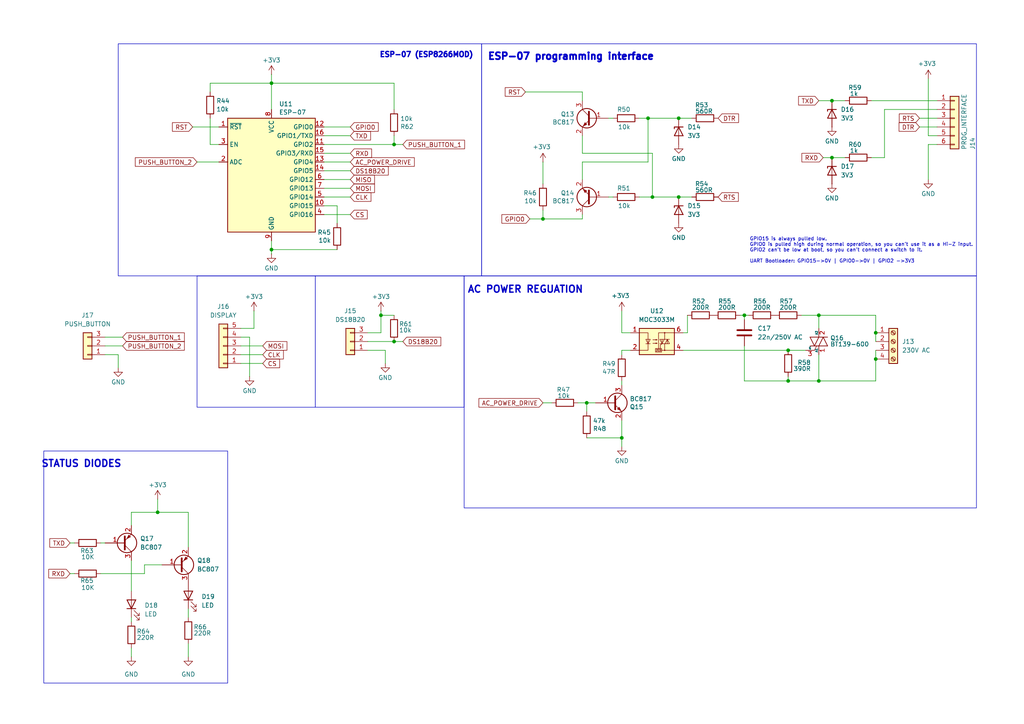
<source format=kicad_sch>
(kicad_sch (version 20231120) (generator "eeschema") (generator_version "8.0")
  (paper "A4")
  (lib_symbols
    (symbol "Connector:Screw_Terminal_01x04" (pin_names (offset 1.016) hide)
      (property "Reference" "J" (at 0 5.08 0))
      (property "Value" "Screw_Terminal_01x04" (at 0 -7.62 0))
      (symbol "Screw_Terminal_01x04_1_1"
        (rectangle (start -1.27 3.81) (end 1.27 -6.35) (stroke (width 0.254)) (fill (type background)))
        (circle (center 0 -5.08) (radius 0.635) (stroke (width 0.1524)))
        (circle (center 0 -2.54) (radius 0.635) (stroke (width 0.1524)))
        (polyline (pts (xy -0.5334 -4.7498) (xy 0.3302 -5.588)) (stroke (width 0.1524)))
        (polyline (pts (xy -0.5334 -2.2098) (xy 0.3302 -3.048)) (stroke (width 0.1524)))
        (polyline (pts (xy -0.5334 0.3302) (xy 0.3302 -0.508)) (stroke (width 0.1524)))
        (polyline (pts (xy -0.5334 2.8702) (xy 0.3302 2.032)) (stroke (width 0.1524)))
        (polyline (pts (xy -0.3556 -4.572) (xy 0.508 -5.4102)) (stroke (width 0.1524)))
        (polyline (pts (xy -0.3556 -2.032) (xy 0.508 -2.8702)) (stroke (width 0.1524)))
        (polyline (pts (xy -0.3556 0.508) (xy 0.508 -0.3302)) (stroke (width 0.1524)))
        (polyline (pts (xy -0.3556 3.048) (xy 0.508 2.2098)) (stroke (width 0.1524)))
        (circle (center 0 0) (radius 0.635) (stroke (width 0.1524)))
        (circle (center 0 2.54) (radius 0.635) (stroke (width 0.1524)))
        (pin passive line (at -5.08 2.54 0) (length 3.81) (name "Pin_1") (number "1"))
        (pin passive line (at -5.08 0 0) (length 3.81) (name "Pin_2") (number "2"))
        (pin passive line (at -5.08 -2.54 0) (length 3.81) (name "Pin_3") (number "3"))
        (pin passive line (at -5.08 -5.08 0) (length 3.81) (name "Pin_4") (number "4"))
      )
    )
    (symbol "Connector_Generic:Conn_01x03" (pin_names (offset 1.016) hide)
      (property "Reference" "J" (at 0 5.08 0))
      (property "Value" "Conn_01x03" (at 0 -5.08 0))
      (symbol "Conn_01x03_1_1"
        (rectangle (start -1.27 -2.413) (end 0 -2.667) (stroke (width 0.1524)))
        (rectangle (start -1.27 0.127) (end 0 -0.127) (stroke (width 0.1524)))
        (rectangle (start -1.27 2.667) (end 0 2.413) (stroke (width 0.1524)))
        (rectangle (start -1.27 3.81) (end 1.27 -3.81) (stroke (width 0.254)) (fill (type background)))
        (pin passive line (at -5.08 2.54 0) (length 3.81) (name "Pin_1") (number "1"))
        (pin passive line (at -5.08 0 0) (length 3.81) (name "Pin_2") (number "2"))
        (pin passive line (at -5.08 -2.54 0) (length 3.81) (name "Pin_3") (number "3"))
      )
    )
    (symbol "Connector_Generic:Conn_01x05" (pin_names (offset 1.016) hide)
      (property "Reference" "J" (at 0 7.62 0))
      (property "Value" "Conn_01x05" (at 0 -7.62 0))
      (symbol "Conn_01x05_1_1"
        (rectangle (start -1.27 -4.953) (end 0 -5.207) (stroke (width 0.1524)))
        (rectangle (start -1.27 -2.413) (end 0 -2.667) (stroke (width 0.1524)))
        (rectangle (start -1.27 0.127) (end 0 -0.127) (stroke (width 0.1524)))
        (rectangle (start -1.27 2.667) (end 0 2.413) (stroke (width 0.1524)))
        (rectangle (start -1.27 5.207) (end 0 4.953) (stroke (width 0.1524)))
        (rectangle (start -1.27 6.35) (end 1.27 -6.35) (stroke (width 0.254)) (fill (type background)))
        (pin passive line (at -5.08 5.08 0) (length 3.81) (name "Pin_1") (number "1"))
        (pin passive line (at -5.08 2.54 0) (length 3.81) (name "Pin_2") (number "2"))
        (pin passive line (at -5.08 0 0) (length 3.81) (name "Pin_3") (number "3"))
        (pin passive line (at -5.08 -2.54 0) (length 3.81) (name "Pin_4") (number "4"))
        (pin passive line (at -5.08 -5.08 0) (length 3.81) (name "Pin_5") (number "5"))
      )
    )
    (symbol "Connector_Generic:Conn_01x06" (pin_names (offset 1.016) hide)
      (property "Reference" "J" (at 0 7.62 0))
      (property "Value" "Conn_01x06" (at 0 -10.16 0))
      (symbol "Conn_01x06_1_1"
        (rectangle (start -1.27 -7.493) (end 0 -7.747) (stroke (width 0.1524)))
        (rectangle (start -1.27 -4.953) (end 0 -5.207) (stroke (width 0.1524)))
        (rectangle (start -1.27 -2.413) (end 0 -2.667) (stroke (width 0.1524)))
        (rectangle (start -1.27 0.127) (end 0 -0.127) (stroke (width 0.1524)))
        (rectangle (start -1.27 2.667) (end 0 2.413) (stroke (width 0.1524)))
        (rectangle (start -1.27 5.207) (end 0 4.953) (stroke (width 0.1524)))
        (rectangle (start -1.27 6.35) (end 1.27 -8.89) (stroke (width 0.254)) (fill (type background)))
        (pin passive line (at -5.08 5.08 0) (length 3.81) (name "Pin_1") (number "1"))
        (pin passive line (at -5.08 2.54 0) (length 3.81) (name "Pin_2") (number "2"))
        (pin passive line (at -5.08 0 0) (length 3.81) (name "Pin_3") (number "3"))
        (pin passive line (at -5.08 -2.54 0) (length 3.81) (name "Pin_4") (number "4"))
        (pin passive line (at -5.08 -5.08 0) (length 3.81) (name "Pin_5") (number "5"))
        (pin passive line (at -5.08 -7.62 0) (length 3.81) (name "Pin_6") (number "6"))
      )
    )
    (symbol "Device:C" (pin_numbers hide) (pin_names (offset 0.254))
      (property "Reference" "C" (at 0.635 2.54 0))
      (property "Value" "C" (at 0.635 -2.54 0))
      (symbol "C_0_1"
        (polyline (pts (xy -2.032 -0.762) (xy 2.032 -0.762)) (stroke (width 0.508)))
        (polyline (pts (xy -2.032 0.762) (xy 2.032 0.762)) (stroke (width 0.508)))
      )
      (symbol "C_1_1"
        (pin passive line (at 0 3.81 270) (length 2.794) (name "~") (number "1"))
        (pin passive line (at 0 -3.81 90) (length 2.794) (name "~") (number "2"))
      )
    )
    (symbol "Device:D_Zener" (pin_numbers hide) (pin_names (offset 1.016) hide)
      (property "Reference" "D" (at 0 2.54 0))
      (property "Value" "D_Zener" (at 0 -2.54 0))
      (symbol "D_Zener_0_1"
        (polyline (pts (xy 1.27 0) (xy -1.27 0)))
        (polyline (pts (xy -1.27 -1.27) (xy -1.27 1.27) (xy -0.762 1.27)) (stroke (width 0.254)))
        (polyline (pts (xy 1.27 -1.27) (xy 1.27 1.27) (xy -1.27 0) (xy 1.27 -1.27)) (stroke (width 0.254)))
      )
      (symbol "D_Zener_1_1"
        (pin passive line (at -3.81 0 0) (length 2.54) (name "K") (number "1"))
        (pin passive line (at 3.81 0 180) (length 2.54) (name "A") (number "2"))
      )
    )
    (symbol "Device:LED" (pin_numbers hide) (pin_names (offset 1.016) hide)
      (property "Reference" "D" (at 0 2.54 0))
      (property "Value" "LED" (at 0 -2.54 0))
      (symbol "LED_0_1"
        (polyline (pts (xy -1.27 -1.27) (xy -1.27 1.27)) (stroke (width 0.254)))
        (polyline (pts (xy -1.27 0) (xy 1.27 0)))
        (polyline (pts (xy 1.27 -1.27) (xy 1.27 1.27) (xy -1.27 0) (xy 1.27 -1.27)) (stroke (width 0.254)))
        (polyline (pts (xy -3.048 -0.762) (xy -4.572 -2.286) (xy -3.81 -2.286) (xy -4.572 -2.286) (xy -4.572 -1.524)))
        (polyline (pts (xy -1.778 -0.762) (xy -3.302 -2.286) (xy -2.54 -2.286) (xy -3.302 -2.286) (xy -3.302 -1.524)))
      )
      (symbol "LED_1_1"
        (pin passive line (at -3.81 0 0) (length 2.54) (name "K") (number "1"))
        (pin passive line (at 3.81 0 180) (length 2.54) (name "A") (number "2"))
      )
    )
    (symbol "Device:R" (pin_numbers hide) (pin_names (offset 0))
      (property "Reference" "R" (at 2.032 0 90))
      (property "Value" "R" (at 0 0 90))
      (symbol "R_0_1"
        (rectangle (start -1.016 -2.54) (end 1.016 2.54) (stroke (width 0.254)))
      )
      (symbol "R_1_1"
        (pin passive line (at 0 3.81 270) (length 1.27) (name "~") (number "1"))
        (pin passive line (at 0 -3.81 90) (length 1.27) (name "~") (number "2"))
      )
    )
    (symbol "RF_Module:ESP-07"
      (property "Reference" "U" (at -12.7 19.05 0))
      (property "Value" "ESP-07" (at 12.7 19.05 0))
      (symbol "ESP-07_0_1"
        (rectangle (start -12.7 17.78) (end 12.7 -15.24) (stroke (width 0.254)) (fill (type background)))
      )
      (symbol "ESP-07_1_1"
        (pin input line (at -15.24 15.24 0) (length 2.54) (name "~{RST}") (number "1"))
        (pin bidirectional line (at 15.24 -7.62 180) (length 2.54) (name "GPIO15") (number "10"))
        (pin bidirectional line (at 15.24 10.16 180) (length 2.54) (name "GPIO2") (number "11"))
        (pin bidirectional line (at 15.24 15.24 180) (length 2.54) (name "GPIO0") (number "12"))
        (pin bidirectional line (at 15.24 5.08 180) (length 2.54) (name "GPIO4") (number "13"))
        (pin bidirectional line (at 15.24 2.54 180) (length 2.54) (name "GPIO5") (number "14"))
        (pin bidirectional line (at 15.24 7.62 180) (length 2.54) (name "GPIO3/RXD") (number "15"))
        (pin bidirectional line (at 15.24 12.7 180) (length 2.54) (name "GPIO1/TXD") (number "16"))
        (pin input line (at -15.24 5.08 0) (length 2.54) (name "ADC") (number "2"))
        (pin input line (at -15.24 10.16 0) (length 2.54) (name "EN") (number "3"))
        (pin bidirectional line (at 15.24 -10.16 180) (length 2.54) (name "GPIO16") (number "4"))
        (pin bidirectional line (at 15.24 -5.08 180) (length 2.54) (name "GPIO14") (number "5"))
        (pin bidirectional line (at 15.24 0 180) (length 2.54) (name "GPIO12") (number "6"))
        (pin bidirectional line (at 15.24 -2.54 180) (length 2.54) (name "GPIO13") (number "7"))
        (pin power_in line (at 0 20.32 270) (length 2.54) (name "VCC") (number "8"))
        (pin power_in line (at 0 -17.78 90) (length 2.54) (name "GND") (number "9"))
      )
    )
    (symbol "Relay_SolidState:MOC3033M"
      (property "Reference" "U" (at -5.08 5.08 0))
      (property "Value" "MOC3033M" (at 0 5.08 0))
      (symbol "MOC3033M_0_0"
        (rectangle (start -0.381 -2.032) (end 1.397 -3.048))
        (polyline (pts (xy 2.286 -2.54) (xy 1.397 -2.54)))
        (polyline (pts (xy 1.524 -0.635) (xy 1.016 -1.016) (xy 1.016 -2.032)))
        (text "ZCD" (at 0.508 -2.54 0) (effects (font (size 0.508 0.508))))
      )
      (symbol "MOC3033M_0_1"
        (rectangle (start -5.08 3.81) (end 5.08 -3.81) (stroke (width 0.254)) (fill (type background)))
        (polyline (pts (xy -3.175 -0.635) (xy -1.905 -0.635)))
        (polyline (pts (xy 1.524 -0.635) (xy 1.524 0.635)))
        (polyline (pts (xy 3.048 0.635) (xy 3.048 -0.635)))
        (polyline (pts (xy 2.286 -0.635) (xy 2.286 -2.54) (xy 5.08 -2.54)))
        (polyline (pts (xy 2.286 0.635) (xy 2.286 2.54) (xy 5.08 2.54)))
        (polyline (pts (xy 2.286 2.54) (xy 0.508 2.54) (xy 0.508 -2.032)))
        (polyline (pts (xy -5.08 2.54) (xy -2.54 2.54) (xy -2.54 -2.54) (xy -5.08 -2.54)))
        (polyline (pts (xy -2.54 -0.635) (xy -3.175 0.635) (xy -1.905 0.635) (xy -2.54 -0.635)))
        (polyline (pts (xy 0.889 -0.635) (xy 3.683 -0.635) (xy 3.048 0.635) (xy 2.413 -0.635)))
        (polyline (pts (xy 3.683 0.635) (xy 0.889 0.635) (xy 1.524 -0.635) (xy 2.159 0.635)))
        (polyline (pts (xy -1.143 -0.508) (xy 0.127 -0.508) (xy -0.254 -0.635) (xy -0.254 -0.381) (xy 0.127 -0.508)))
        (polyline (pts (xy -1.143 0.508) (xy 0.127 0.508) (xy -0.254 0.381) (xy -0.254 0.635) (xy 0.127 0.508)))
        (circle (center 2.286 -2.54) (radius 0.127))
        (circle (center 2.286 2.54) (radius 0.127))
      )
      (symbol "MOC3033M_1_1"
        (pin passive line (at -7.62 2.54 0) (length 2.54) (name "~") (number "1"))
        (pin passive line (at -7.62 -2.54 0) (length 2.54) (name "~") (number "2"))
        (pin no_connect line (at -5.08 0 0) (length 2.54) hide (name "NC") (number "3"))
        (pin passive line (at 7.62 -2.54 180) (length 2.54) (name "~") (number "4"))
        (pin no_connect line (at 5.08 0 180) (length 2.54) hide (name "NC") (number "5"))
        (pin passive line (at 7.62 2.54 180) (length 2.54) (name "~") (number "6"))
      )
    )
    (symbol "Transistor_BJT:BC807" (pin_names (offset 0) hide)
      (property "Reference" "Q" (at 5.08 1.905 0))
      (property "Value" "BC807" (at 5.08 0 0))
      (symbol "BC807_0_1"
        (polyline (pts (xy 0.635 0.635) (xy 2.54 2.54)))
        (polyline (pts (xy 0.635 -0.635) (xy 2.54 -2.54) (xy 2.54 -2.54)))
        (polyline (pts (xy 0.635 1.905) (xy 0.635 -1.905) (xy 0.635 -1.905)) (stroke (width 0.508)))
        (polyline (pts (xy 2.286 -1.778) (xy 1.778 -2.286) (xy 1.27 -1.27) (xy 2.286 -1.778) (xy 2.286 -1.778)) (fill (type outline)))
        (circle (center 1.27 0) (radius 2.8194) (stroke (width 0.254)))
      )
      (symbol "BC807_1_1"
        (pin input line (at -5.08 0 0) (length 5.715) (name "B") (number "1"))
        (pin passive line (at 2.54 -5.08 90) (length 2.54) (name "E") (number "2"))
        (pin passive line (at 2.54 5.08 270) (length 2.54) (name "C") (number "3"))
      )
    )
    (symbol "Transistor_BJT:BC817" (pin_names (offset 0) hide)
      (property "Reference" "Q" (at 5.08 1.905 0))
      (property "Value" "BC817" (at 5.08 0 0))
      (symbol "BC817_0_1"
        (polyline (pts (xy 0.635 0.635) (xy 2.54 2.54)))
        (polyline (pts (xy 0.635 -0.635) (xy 2.54 -2.54) (xy 2.54 -2.54)))
        (polyline (pts (xy 0.635 1.905) (xy 0.635 -1.905) (xy 0.635 -1.905)) (stroke (width 0.508)))
        (polyline (pts (xy 1.27 -1.778) (xy 1.778 -1.27) (xy 2.286 -2.286) (xy 1.27 -1.778) (xy 1.27 -1.778)) (fill (type outline)))
        (circle (center 1.27 0) (radius 2.8194) (stroke (width 0.254)))
      )
      (symbol "BC817_1_1"
        (pin input line (at -5.08 0 0) (length 5.715) (name "B") (number "1"))
        (pin passive line (at 2.54 -5.08 90) (length 2.54) (name "E") (number "2"))
        (pin passive line (at 2.54 5.08 270) (length 2.54) (name "C") (number "3"))
      )
    )
    (symbol "Triac_Thyristor:BT139-600" (pin_names (offset 0))
      (property "Reference" "Q" (at 5.08 1.905 0))
      (property "Value" "BT139-600" (at 5.08 0 0))
      (symbol "BT139-600_0_1"
        (polyline (pts (xy -2.54 -1.27) (xy 2.54 -1.27)) (stroke (width 0.2032)))
        (polyline (pts (xy -2.54 1.27) (xy 2.54 1.27)) (stroke (width 0.2032)))
        (polyline (pts (xy -1.27 -2.54) (xy -0.635 -1.27)))
        (polyline (pts (xy -2.54 1.27) (xy -1.27 -1.27) (xy 0 1.27)) (stroke (width 0.2032)))
        (polyline (pts (xy 0 -1.27) (xy 1.27 1.27) (xy 2.54 -1.27)) (stroke (width 0.2032)))
      )
      (symbol "BT139-600_1_1"
        (pin passive line (at 0 -3.81 90) (length 2.54) (name "A1") (number "1"))
        (pin passive line (at 0 3.81 270) (length 2.54) (name "A2") (number "2"))
        (pin input line (at -3.81 -2.54 0) (length 2.54) (name "G") (number "3"))
      )
    )
    (symbol "power:+3V3" (power) (pin_numbers hide) (pin_names (offset 0) hide)
      (property "Value" "+3V3" (at 0 3.556 0))
      (symbol "+3V3_0_1"
        (polyline (pts (xy -0.762 1.27) (xy 0 2.54)))
        (polyline (pts (xy 0 0) (xy 0 2.54)))
        (polyline (pts (xy 0 2.54) (xy 0.762 1.27)))
      )
      (symbol "+3V3_1_1"
        (pin power_in line (at 0 0 90) (length 0) (name "~") (number "1"))
      )
    )
    (symbol "power:GND" (power) (pin_numbers hide) (pin_names (offset 0) hide)
      (property "Value" "GND" (at 0 -3.81 0))
      (symbol "GND_0_1"
        (polyline (pts (xy 0 0) (xy 0 -1.27) (xy 1.27 -1.27) (xy 0 -2.54) (xy -1.27 -1.27) (xy 0 -1.27)))
      )
      (symbol "GND_1_1"
        (pin power_in line (at 0 0 270) (length 0) (name "~") (number "1"))
      )
    )
  )
  (junction (at 114.3 41.91))
  (junction (at 196.85 57.15))
  (junction (at 241.3 29.21))
  (junction (at 157.48 63.5))
  (junction (at 254 96.52))
  (junction (at 228.6 101.6))
  (junction (at 78.74 24.13))
  (junction (at 114.3 99.06))
  (junction (at 215.9 91.44))
  (junction (at 228.6 110.49))
  (junction (at 241.3 45.72))
  (junction (at 45.72 148.59))
  (junction (at 189.23 57.15))
  (junction (at 254 104.14))
  (junction (at 196.85 34.29))
  (junction (at 110.49 91.44))
  (junction (at 170.18 116.84))
  (junction (at 237.49 91.44))
  (junction (at 187.96 34.29))
  (junction (at 180.34 127))
  (junction (at 237.49 110.49))
  (junction (at 78.74 72.39))
  (wire (pts (xy 54.61 176.53) (xy 54.61 179.07)))
  (wire (pts (xy 176.53 57.15) (xy 177.8 57.15)))
  (wire (pts (xy 76.2 100.33) (xy 69.85 100.33)))
  (wire (pts (xy 168.91 39.37) (xy 168.91 44.45)))
  (wire (pts (xy 271.78 41.91) (xy 269.24 41.91)))
  (wire (pts (xy 97.79 64.77) (xy 97.79 59.69)))
  (wire (pts (xy 93.98 39.37) (xy 101.6 39.37)))
  (wire (pts (xy 252.73 29.21) (xy 271.78 29.21)))
  (wire (pts (xy 185.42 57.15) (xy 189.23 57.15)))
  (wire (pts (xy 214.63 91.44) (xy 215.9 91.44)))
  (wire (pts (xy 110.49 91.44) (xy 110.49 90.17)))
  (wire (pts (xy 60.96 24.13) (xy 78.74 24.13)))
  (wire (pts (xy 157.48 63.5) (xy 157.48 60.96)))
  (wire (pts (xy 78.74 24.13) (xy 78.74 31.75)))
  (wire (pts (xy 78.74 73.66) (xy 78.74 72.39)))
  (wire (pts (xy 76.2 102.87) (xy 69.85 102.87)))
  (wire (pts (xy 93.98 46.99) (xy 101.6 46.99)))
  (wire (pts (xy 78.74 72.39) (xy 78.74 69.85)))
  (wire (pts (xy 57.15 46.99) (xy 63.5 46.99)))
  (wire (pts (xy 269.24 22.86) (xy 269.24 39.37)))
  (wire (pts (xy 114.3 39.37) (xy 114.3 41.91)))
  (wire (pts (xy 266.7 36.83) (xy 271.78 36.83)))
  (wire (pts (xy 78.74 21.59) (xy 78.74 24.13)))
  (wire (pts (xy 241.3 29.21) (xy 245.11 29.21)))
  (wire (pts (xy 38.1 187.96) (xy 38.1 190.5)))
  (wire (pts (xy 180.34 101.6) (xy 180.34 102.87)))
  (wire (pts (xy 110.49 96.52) (xy 110.49 91.44)))
  (wire (pts (xy 215.9 91.44) (xy 215.9 92.71)))
  (wire (pts (xy 198.12 101.6) (xy 228.6 101.6)))
  (wire (pts (xy 110.49 91.44) (xy 114.3 91.44)))
  (wire (pts (xy 20.32 166.37) (xy 21.59 166.37)))
  (wire (pts (xy 170.18 116.84) (xy 172.72 116.84)))
  (wire (pts (xy 228.6 110.49) (xy 237.49 110.49)))
  (wire (pts (xy 30.48 102.87) (xy 34.29 102.87)))
  (wire (pts (xy 106.68 99.06) (xy 114.3 99.06)))
  (wire (pts (xy 93.98 36.83) (xy 101.6 36.83)))
  (wire (pts (xy 180.34 96.52) (xy 180.34 90.17)))
  (wire (pts (xy 78.74 24.13) (xy 114.3 24.13)))
  (wire (pts (xy 93.98 44.45) (xy 101.6 44.45)))
  (wire (pts (xy 114.3 24.13) (xy 114.3 31.75)))
  (wire (pts (xy 106.68 101.6) (xy 111.76 101.6)))
  (wire (pts (xy 228.6 101.6) (xy 233.68 101.6)))
  (wire (pts (xy 30.48 100.33) (xy 35.56 100.33)))
  (wire (pts (xy 38.1 179.07) (xy 38.1 180.34)))
  (wire (pts (xy 168.91 26.67) (xy 152.4 26.67)))
  (wire (pts (xy 180.34 127) (xy 170.18 127)))
  (wire (pts (xy 160.02 116.84) (xy 157.48 116.84)))
  (wire (pts (xy 237.49 95.25) (xy 237.49 91.44)))
  (wire (pts (xy 168.91 29.21) (xy 168.91 26.67)))
  (wire (pts (xy 237.49 110.49) (xy 237.49 102.87)))
  (wire (pts (xy 232.41 91.44) (xy 237.49 91.44)))
  (wire (pts (xy 63.5 41.91) (xy 60.96 41.91)))
  (wire (pts (xy 176.53 34.29) (xy 177.8 34.29)))
  (wire (pts (xy 168.91 46.99) (xy 187.96 46.99)))
  (wire (pts (xy 187.96 34.29) (xy 196.85 34.29)))
  (wire (pts (xy 93.98 62.23) (xy 101.6 62.23)))
  (wire (pts (xy 60.96 26.67) (xy 60.96 24.13)))
  (wire (pts (xy 45.72 148.59) (xy 54.61 148.59)))
  (wire (pts (xy 168.91 63.5) (xy 157.48 63.5)))
  (wire (pts (xy 69.85 97.79) (xy 72.39 97.79)))
  (wire (pts (xy 256.54 31.75) (xy 256.54 45.72)))
  (wire (pts (xy 189.23 57.15) (xy 196.85 57.15)))
  (wire (pts (xy 93.98 54.61) (xy 101.6 54.61)))
  (wire (pts (xy 237.49 91.44) (xy 254 91.44)))
  (wire (pts (xy 237.49 29.21) (xy 241.3 29.21)))
  (wire (pts (xy 269.24 41.91) (xy 269.24 52.07)))
  (wire (pts (xy 271.78 39.37) (xy 269.24 39.37)))
  (wire (pts (xy 182.88 96.52) (xy 180.34 96.52)))
  (wire (pts (xy 185.42 34.29) (xy 187.96 34.29)))
  (wire (pts (xy 76.2 105.41) (xy 69.85 105.41)))
  (wire (pts (xy 54.61 186.69) (xy 54.61 190.5)))
  (wire (pts (xy 60.96 41.91) (xy 60.96 34.29)))
  (wire (pts (xy 180.34 110.49) (xy 180.34 111.76)))
  (wire (pts (xy 266.7 34.29) (xy 271.78 34.29)))
  (wire (pts (xy 38.1 148.59) (xy 45.72 148.59)))
  (wire (pts (xy 30.48 97.79) (xy 35.56 97.79)))
  (wire (pts (xy 45.72 144.78) (xy 45.72 148.59)))
  (wire (pts (xy 215.9 91.44) (xy 217.17 91.44)))
  (wire (pts (xy 254 104.14) (xy 254 110.49)))
  (wire (pts (xy 157.48 46.99) (xy 157.48 53.34)))
  (wire (pts (xy 97.79 59.69) (xy 93.98 59.69)))
  (wire (pts (xy 167.64 116.84) (xy 170.18 116.84)))
  (wire (pts (xy 111.76 101.6) (xy 111.76 105.41)))
  (wire (pts (xy 238.76 45.72) (xy 241.3 45.72)))
  (wire (pts (xy 254 110.49) (xy 237.49 110.49)))
  (wire (pts (xy 114.3 41.91) (xy 116.84 41.91)))
  (wire (pts (xy 93.98 49.53) (xy 101.6 49.53)))
  (wire (pts (xy 254 91.44) (xy 254 96.52)))
  (wire (pts (xy 38.1 148.59) (xy 38.1 152.4)))
  (wire (pts (xy 215.9 100.33) (xy 215.9 110.49)))
  (wire (pts (xy 29.21 157.48) (xy 30.48 157.48)))
  (wire (pts (xy 54.61 148.59) (xy 54.61 158.75)))
  (wire (pts (xy 73.66 95.25) (xy 73.66 90.17)))
  (wire (pts (xy 20.32 157.48) (xy 21.59 157.48)))
  (wire (pts (xy 199.39 96.52) (xy 198.12 96.52)))
  (wire (pts (xy 78.74 72.39) (xy 97.79 72.39)))
  (wire (pts (xy 189.23 44.45) (xy 189.23 57.15)))
  (wire (pts (xy 182.88 101.6) (xy 180.34 101.6)))
  (wire (pts (xy 157.48 63.5) (xy 153.67 63.5)))
  (wire (pts (xy 199.39 91.44) (xy 199.39 96.52)))
  (wire (pts (xy 69.85 95.25) (xy 73.66 95.25)))
  (wire (pts (xy 168.91 62.23) (xy 168.91 63.5)))
  (wire (pts (xy 168.91 52.07) (xy 168.91 46.99)))
  (wire (pts (xy 41.91 166.37) (xy 41.91 163.83)))
  (wire (pts (xy 228.6 109.22) (xy 228.6 110.49)))
  (wire (pts (xy 106.68 96.52) (xy 110.49 96.52)))
  (wire (pts (xy 55.88 36.83) (xy 63.5 36.83)))
  (wire (pts (xy 180.34 121.92) (xy 180.34 127)))
  (wire (pts (xy 41.91 163.83) (xy 46.99 163.83)))
  (wire (pts (xy 196.85 34.29) (xy 200.66 34.29)))
  (wire (pts (xy 215.9 110.49) (xy 228.6 110.49)))
  (wire (pts (xy 241.3 45.72) (xy 245.11 45.72)))
  (wire (pts (xy 168.91 44.45) (xy 189.23 44.45)))
  (wire (pts (xy 114.3 99.06) (xy 116.84 99.06)))
  (wire (pts (xy 196.85 57.15) (xy 200.66 57.15)))
  (wire (pts (xy 170.18 116.84) (xy 170.18 119.38)))
  (wire (pts (xy 271.78 31.75) (xy 256.54 31.75)))
  (wire (pts (xy 29.21 166.37) (xy 41.91 166.37)))
  (wire (pts (xy 254 101.6) (xy 254 104.14)))
  (wire (pts (xy 254 96.52) (xy 254 99.06)))
  (wire (pts (xy 114.3 41.91) (xy 93.98 41.91)))
  (wire (pts (xy 93.98 57.15) (xy 101.6 57.15)))
  (wire (pts (xy 187.96 46.99) (xy 187.96 34.29)))
  (wire (pts (xy 256.54 45.72) (xy 252.73 45.72)))
  (wire (pts (xy 38.1 162.56) (xy 38.1 171.45)))
  (wire (pts (xy 34.29 102.87) (xy 34.29 106.68)))
  (wire (pts (xy 93.98 52.07) (xy 101.6 52.07)))
  (wire (pts (xy 72.39 97.79) (xy 72.39 109.22)))
  (wire (pts (xy 180.34 127) (xy 180.34 129.54)))
  (rectangle (start 12.7 130.81) (end 66.04 198.12))
  (rectangle (start 91.44 80.01) (end 134.62 118.11))
  (rectangle (start 34.29 12.7) (end 139.7 80.01))
  (rectangle (start 57.15 80.01) (end 91.44 118.11))
  (rectangle (start 134.62 80.01) (end 283.21 147.32))
  (rectangle (start 139.7 12.7) (end 283.21 80.01))
  (text "ESP-07 (ESP8266MOD)" (at 123.698 16.002 0) (effects (font (size 1.5 1.5) (thickness 0.4) (bold yes))))
  (text "STATUS DIODES" (at 23.622 134.62 0) (effects (font (size 2 2) (thickness 0.4) (bold yes))))
  (text "GPIO15 is always pulled low.\nGPIO0 is pulled high during normal operation, so you can’t use it as a Hi-Z input.\nGPIO2 can’t be low at boot, so you can’t connect a switch to it.\n\nUART Bootloader: GPIO15->0V | GPIO0->0V | GPIO2 ->3V3" (at 217.424 76.454 0) (effects (font (size 1 1)) (justify left bottom)))
  (text "ESP-07 programming interface" (at 165.608 16.51 0) (effects (font (size 2 2) (thickness 0.6) (bold yes))))
  (text "AC POWER REGUATION" (at 152.4 84.074 0) (effects (font (size 2 2) (thickness 0.4) (bold yes))))
  (global_label "DTR" (shape input) (at 266.7 36.83 180) (property "Intersheetrefs" "${INTERSHEET_REFS}" (effects (hide yes))))
  (global_label "RTS" (shape input) (at 208.28 57.15 0) (property "Intersheetrefs" "${INTERSHEET_REFS}" (effects (hide yes))))
  (global_label "PUSH_BUTTON_2" (shape input) (at 35.56 100.33 0) (property "Intersheetrefs" "${INTERSHEET_REFS}" (effects (hide yes))))
  (global_label "RST" (shape input) (at 152.4 26.67 180) (property "Intersheetrefs" "${INTERSHEET_REFS}" (effects (hide yes))))
  (global_label "DTR" (shape input) (at 208.28 34.29 0) (property "Intersheetrefs" "${INTERSHEET_REFS}" (effects (hide yes))))
  (global_label "CLK" (shape input) (at 76.2 102.87 0) (property "Intersheetrefs" "${INTERSHEET_REFS}" (effects (hide yes))))
  (global_label "TXD" (shape input) (at 237.49 29.21 180) (property "Intersheetrefs" "${INTERSHEET_REFS}" (effects (hide yes))))
  (global_label "RXD" (shape input) (at 101.6 44.45 0) (property "Intersheetrefs" "${INTERSHEET_REFS}" (effects (hide yes))))
  (global_label "RTS" (shape input) (at 266.7 34.29 180) (property "Intersheetrefs" "${INTERSHEET_REFS}" (effects (hide yes))))
  (global_label "GPIO0" (shape input) (at 101.6 36.83 0) (property "Intersheetrefs" "${INTERSHEET_REFS}" (effects (hide yes))))
  (global_label "PUSH_BUTTON_1" (shape input) (at 35.56 97.79 0) (property "Intersheetrefs" "${INTERSHEET_REFS}" (effects (hide yes))))
  (global_label "GPIO0" (shape input) (at 153.67 63.5 180) (property "Intersheetrefs" "${INTERSHEET_REFS}" (effects (hide yes))))
  (global_label "AC_POWER_DRIVE" (shape input) (at 101.6 46.99 0) (property "Intersheetrefs" "${INTERSHEET_REFS}" (effects (hide yes))))
  (global_label "TXD" (shape input) (at 20.32 157.48 180) (property "Intersheetrefs" "${INTERSHEET_REFS}" (effects (hide yes))))
  (global_label "DS18B20" (shape input) (at 116.84 99.06 0) (property "Intersheetrefs" "${INTERSHEET_REFS}" (effects (hide yes))))
  (global_label "DS18B20" (shape input) (at 101.6 49.53 0) (property "Intersheetrefs" "${INTERSHEET_REFS}" (effects (hide yes))))
  (global_label "RXD" (shape input) (at 238.76 45.72 180) (property "Intersheetrefs" "${INTERSHEET_REFS}" (effects (hide yes))))
  (global_label "MOSI" (shape input) (at 101.6 54.61 0) (property "Intersheetrefs" "${INTERSHEET_REFS}" (effects (hide yes))))
  (global_label "CS" (shape input) (at 76.2 105.41 0) (property "Intersheetrefs" "${INTERSHEET_REFS}" (effects (hide yes))))
  (global_label "PUSH_BUTTON_1" (shape input) (at 116.84 41.91 0) (property "Intersheetrefs" "${INTERSHEET_REFS}" (effects (hide yes))))
  (global_label "RST" (shape input) (at 55.88 36.83 180) (property "Intersheetrefs" "${INTERSHEET_REFS}" (effects (hide yes))))
  (global_label "AC_POWER_DRIVE" (shape input) (at 157.48 116.84 180) (property "Intersheetrefs" "${INTERSHEET_REFS}" (effects (hide yes))))
  (global_label "MISO" (shape input) (at 101.6 52.07 0) (property "Intersheetrefs" "${INTERSHEET_REFS}" (effects (hide yes))))
  (global_label "RXD" (shape input) (at 20.32 166.37 180) (property "Intersheetrefs" "${INTERSHEET_REFS}" (effects (hide yes))))
  (global_label "MOSI" (shape input) (at 76.2 100.33 0) (property "Intersheetrefs" "${INTERSHEET_REFS}" (effects (hide yes))))
  (global_label "CS" (shape input) (at 101.6 62.23 0) (property "Intersheetrefs" "${INTERSHEET_REFS}" (effects (hide yes))))
  (global_label "TXD" (shape input) (at 101.6 39.37 0) (property "Intersheetrefs" "${INTERSHEET_REFS}" (effects (hide yes))))
  (global_label "CLK" (shape input) (at 101.6 57.15 0) (property "Intersheetrefs" "${INTERSHEET_REFS}" (effects (hide yes))))
  (global_label "PUSH_BUTTON_2" (shape input) (at 57.15 46.99 180) (property "Intersheetrefs" "${INTERSHEET_REFS}" (effects (hide yes))))
  (symbol (lib_id "Device:R") (at 97.79 68.58 0) (mirror y) (unit 1)
    (property "Reference" "R45" (at 96.012 67.4116 0) (effects (justify left)))
    (property "Value" "10k" (at 96.012 69.723 0) (effects (justify left)))
    (property "Footprint" "Resistors_SMD:R_0805_HandSoldering" (effects (hide yes)))
  )
  (symbol (lib_id "Device:R") (at 228.6 105.41 0) (mirror y) (unit 1)
    (property "Reference" "R58" (at 235.204 105.156 0) (effects (justify left)))
    (property "Value" "390R" (at 235.204 106.934 0) (effects (justify left)))
    (property "Footprint" "Resistor_THT:R_Axial_DIN0204_L3.6mm_D1.6mm_P7.62mm_Horizontal" (effects (hide yes)))
  )
  (symbol (lib_id "power:GND") (at 196.85 64.77 0) (unit 1)
    (property "Reference" "#PWR087" (effects (hide yes)))
    (property "Value" "GND" (at 196.85 68.9031 0))
    (property "Description" "Power symbol creates a global label with name \"GND\" , ground" (effects (hide yes)))
  )
  (symbol (lib_id "Device:R") (at 25.4 157.48 270) (unit 1)
    (property "Reference" "R63" (at 27.178 159.766 90) (effects (justify right)))
    (property "Value" "10K" (at 27.432 161.544 90) (effects (justify right)))
    (property "Footprint" "Resistor_SMD:R_0805_2012Metric_Pad1.20x1.40mm_HandSolder" (effects (hide yes)))
    (property "Description" "Resistor" (effects (hide yes)))
  )
  (symbol (lib_id "Connector_Generic:Conn_01x03") (at 101.6 99.06 180) (unit 1)
    (property "Reference" "J15" (at 101.6 90.17 0))
    (property "Value" "DS18B20" (at 101.6 92.71 0))
    (property "Description" "Generic connector, single row, 01x03, script generated (kicad-library-utils/schlib/autogen/connector/)" (effects (hide yes)))
  )
  (symbol (lib_id "power:GND") (at 78.74 73.66 0) (unit 1)
    (property "Reference" "#PWR082" (effects (hide yes)))
    (property "Value" "GND" (at 78.74 77.7931 0))
    (property "Description" "Power symbol creates a global label with name \"GND\" , ground" (effects (hide yes)))
  )
  (symbol (lib_id "Device:R") (at 157.48 57.15 0) (mirror y) (unit 1)
    (property "Reference" "R46" (at 155.702 55.9816 0) (effects (justify left)))
    (property "Value" "10k" (at 155.702 58.293 0) (effects (justify left)))
    (property "Footprint" "Resistors_SMD:R_0805_HandSoldering" (effects (hide yes)))
  )
  (symbol (lib_id "Device:R") (at 210.82 91.44 270) (mirror x) (unit 1)
    (property "Reference" "R55" (at 208.28 87.376 90) (effects (justify left)))
    (property "Value" "200R" (at 208.28 89.154 90) (effects (justify left)))
    (property "Footprint" "Resistor_THT:R_Axial_DIN0204_L3.6mm_D1.6mm_P7.62mm_Horizontal" (effects (hide yes)))
  )
  (symbol (lib_id "Connector_Generic:Conn_01x05") (at 64.77 100.33 180) (unit 1)
    (property "Reference" "J16" (at 64.77 88.9 0))
    (property "Value" "DISPLAY" (at 64.77 91.44 0))
    (property "Description" "Generic connector, single row, 01x05, script generated (kicad-library-utils/schlib/autogen/connector/)" (effects (hide yes)))
  )
  (symbol (lib_id "power:GND") (at 111.76 105.41 0) (unit 1)
    (property "Reference" "#PWR092" (effects (hide yes)))
    (property "Value" "GND" (at 111.76 109.5431 0))
    (property "Description" "Power symbol creates a global label with name \"GND\" , ground" (effects (hide yes)))
  )
  (symbol (lib_id "power:+3V3") (at 269.24 22.86 0) (mirror y) (unit 1)
    (property "Reference" "#PWR090" (effects (hide yes)))
    (property "Value" "+3V3" (at 268.859 18.4658 0))
  )
  (symbol (lib_id "Device:D_Zener") (at 241.3 33.02 90) (mirror x) (unit 1)
    (property "Reference" "D16" (at 243.84 31.7499 90) (effects (justify right)))
    (property "Value" "3V3" (at 243.84 34.2899 90) (effects (justify right)))
    (property "Description" "Zener diode" (effects (hide yes)))
  )
  (symbol (lib_id "power:GND") (at 269.24 52.07 0) (unit 1)
    (property "Reference" "#PWR091" (effects (hide yes)))
    (property "Value" "GND" (at 269.24 56.2031 0))
    (property "Description" "Power symbol creates a global label with name \"GND\" , ground" (effects (hide yes)))
  )
  (symbol (lib_id "power:+3V3") (at 180.34 90.17 0) (mirror y) (unit 1)
    (property "Reference" "#PWR084" (effects (hide yes)))
    (property "Value" "+3V3" (at 179.959 85.7758 0))
  )
  (symbol (lib_id "Transistor_BJT:BC817") (at 171.45 57.15 180) (unit 1)
    (property "Reference" "Q14" (at 166.5986 55.9816 0) (effects (justify left)))
    (property "Value" "BC817" (at 166.5986 58.293 0) (effects (justify left)))
    (property "Footprint" "TO_SOT_Packages_SMD:SOT-23_Handsoldering" (effects (hide yes)))
    (property "Datasheet" "http://www.fairchildsemi.com/ds/BC/BC817.pdf" (effects (hide yes)))
  )
  (symbol (lib_id "power:GND") (at 38.1 190.5 0) (unit 1)
    (property "Reference" "#PWR094" (effects (hide yes)))
    (property "Value" "GND" (at 38.1 195.58 0))
    (property "Description" "Power symbol creates a global label with name \"GND\" , ground" (effects (hide yes)))
  )
  (symbol (lib_id "Relay_SolidState:MOC3033M") (at 190.5 99.06 0) (unit 1)
    (property "Reference" "U12" (at 190.5 90.17 0))
    (property "Value" "MOC3033M" (at 190.5 92.71 0))
    (property "Datasheet" "https://www.onsemi.com/pub/Collateral/MOC3043M-D.pdf" (effects (hide yes)))
    (property "Description" "Zero Cross Opto-Triac, Vdrm 250V, Ift 5mA, DIP6" (effects (hide yes)))
  )
  (symbol (lib_id "power:+3V3") (at 78.74 21.59 0) (unit 1)
    (property "Reference" "#PWR081" (effects (hide yes)))
    (property "Value" "+3V3" (at 78.74 17.4569 0))
    (property "Description" "Power symbol creates a global label with name \"+3V3\"" (effects (hide yes)))
  )
  (symbol (lib_id "Transistor_BJT:BC807") (at 52.07 163.83 0) (mirror x) (unit 1)
    (property "Reference" "Q18" (at 57.15 162.5599 0) (effects (justify left)))
    (property "Value" "BC807" (at 57.15 165.0999 0) (effects (justify left)))
    (property "Footprint" "Package_TO_SOT_SMD:SOT-23" (effects (hide yes)))
    (property "Datasheet" "https://www.onsemi.com/pub/Collateral/BC808-D.pdf" (effects (hide yes)))
    (property "Description" "0.8A Ic, 45V Vce, PNP Transistor, SOT-23" (effects (hide yes)))
  )
  (symbol (lib_id "Device:D_Zener") (at 241.3 49.53 90) (mirror x) (unit 1)
    (property "Reference" "D17" (at 243.84 48.2599 90) (effects (justify right)))
    (property "Value" "3V3" (at 243.84 50.7999 90) (effects (justify right)))
    (property "Description" "Zener diode" (effects (hide yes)))
  )
  (symbol (lib_id "Device:C") (at 215.9 96.52 0) (unit 1)
    (property "Reference" "C17" (at 219.71 95.2499 0) (effects (justify left)))
    (property "Value" "22n/250V AC" (at 219.71 97.7899 0) (effects (justify left)))
    (property "Description" "Unpolarized capacitor" (effects (hide yes)))
  )
  (symbol (lib_id "Device:R") (at 181.61 34.29 90) (mirror x) (unit 1)
    (property "Reference" "R50" (at 182.88 31.75 90) (effects (justify left)))
    (property "Value" "10k" (at 182.88 36.83 90) (effects (justify left)))
    (property "Footprint" "Resistors_SMD:R_0805_HandSoldering" (effects (hide yes)))
  )
  (symbol (lib_id "Triac_Thyristor:BT139-600") (at 237.49 99.06 0) (unit 1)
    (property "Reference" "Q16" (at 240.792 98.044 0) (effects (justify left)))
    (property "Value" "BT139-600" (at 240.792 99.822 0) (effects (justify left)))
    (property "Footprint" "Package_TO_SOT_THT:TO-220-3_Vertical" (effects (hide yes)))
    (property "Datasheet" "https://www.rapidonline.com/pdf/47-3240.pdf" (effects (hide yes)))
    (property "Description" "16A RMS, 600V Off-State Voltage, 4Q Triac, TO-220" (effects (hide yes)))
  )
  (symbol (lib_id "Transistor_BJT:BC807") (at 35.56 157.48 0) (mirror x) (unit 1)
    (property "Reference" "Q17" (at 40.64 156.2099 0) (effects (justify left)))
    (property "Value" "BC807" (at 40.64 158.7499 0) (effects (justify left)))
    (property "Footprint" "Package_TO_SOT_SMD:SOT-23" (effects (hide yes)))
    (property "Datasheet" "https://www.onsemi.com/pub/Collateral/BC808-D.pdf" (effects (hide yes)))
    (property "Description" "0.8A Ic, 45V Vce, PNP Transistor, SOT-23" (effects (hide yes)))
  )
  (symbol (lib_id "power:+3V3") (at 110.49 90.17 0) (unit 1)
    (property "Reference" "#PWR093" (effects (hide yes)))
    (property "Value" "+3V3" (at 110.49 86.0369 0))
    (property "Description" "Power symbol creates a global label with name \"+3V3\"" (effects (hide yes)))
  )
  (symbol (lib_id "Device:R") (at 204.47 57.15 90) (mirror x) (unit 1)
    (property "Reference" "R54" (at 205.486 53.34 90) (effects (justify left)))
    (property "Value" "560R" (at 206.756 55.118 90) (effects (justify left)))
    (property "Footprint" "Resistors_SMD:R_0805_HandSoldering" (effects (hide yes)))
  )
  (symbol (lib_id "Device:LED") (at 54.61 172.72 90) (unit 1)
    (property "Reference" "D19" (at 58.42 173.0374 90) (effects (justify right)))
    (property "Value" "LED" (at 58.42 175.5774 90) (effects (justify right)))
    (property "Footprint" "LED_SMD:LED_PLCC-2_3.4x3.0mm_KA" (effects (hide yes)))
    (property "Description" "Light emitting diode" (effects (hide yes)))
  )
  (symbol (lib_id "Device:R") (at 203.2 91.44 270) (mirror x) (unit 1)
    (property "Reference" "R52" (at 200.66 87.376 90) (effects (justify left)))
    (property "Value" "200R" (at 200.66 89.154 90) (effects (justify left)))
    (property "Footprint" "Resistor_THT:R_Axial_DIN0204_L3.6mm_D1.6mm_P7.62mm_Horizontal" (effects (hide yes)))
  )
  (symbol (lib_id "power:GND") (at 34.29 106.68 0) (unit 1)
    (property "Reference" "#PWR099" (effects (hide yes)))
    (property "Value" "GND" (at 34.29 110.8131 0))
    (property "Description" "Power symbol creates a global label with name \"GND\" , ground" (effects (hide yes)))
  )
  (symbol (lib_id "Transistor_BJT:BC817") (at 177.8 116.84 0) (unit 1)
    (property "Reference" "Q15" (at 182.6514 118.0084 0) (effects (justify left)))
    (property "Value" "BC817" (at 182.6514 115.697 0) (effects (justify left)))
    (property "Footprint" "TO_SOT_Packages_SMD:SOT-23_Handsoldering" (effects (hide yes)))
    (property "Datasheet" "http://www.fairchildsemi.com/ds/BC/BC817.pdf" (effects (hide yes)))
  )
  (symbol (lib_id "power:GND") (at 54.61 190.5 0) (unit 1)
    (property "Reference" "#PWR096" (effects (hide yes)))
    (property "Value" "GND" (at 54.61 195.58 0))
    (property "Description" "Power symbol creates a global label with name \"GND\" , ground" (effects (hide yes)))
  )
  (symbol (lib_id "Connector_Generic:Conn_01x06") (at 276.86 34.29 0) (unit 1)
    (property "Reference" "J14" (at 282.0783 43.434 90) (effects (justify left)))
    (property "Value" "PROG_INTERFACE" (at 279.654 43.434 90) (effects (justify left)))
    (property "Description" "Generic connector, single row, 01x06, script generated (kicad-library-utils/schlib/autogen/connector/)" (effects (hide yes)))
  )
  (symbol (lib_id "power:GND") (at 72.39 109.22 0) (unit 1)
    (property "Reference" "#PWR098" (effects (hide yes)))
    (property "Value" "GND" (at 72.39 113.3531 0))
    (property "Description" "Power symbol creates a global label with name \"GND\" , ground" (effects (hide yes)))
  )
  (symbol (lib_id "Device:R") (at 114.3 95.25 0) (mirror y) (unit 1)
    (property "Reference" "R61" (at 119.634 93.98 0) (effects (justify left)))
    (property "Value" "10k" (at 119.38 95.758 0) (effects (justify left)))
    (property "Footprint" "Resistors_SMD:R_0805_HandSoldering" (effects (hide yes)))
  )
  (symbol (lib_id "Device:R") (at 181.61 57.15 90) (mirror x) (unit 1)
    (property "Reference" "R51" (at 182.88 54.61 90) (effects (justify left)))
    (property "Value" "10k" (at 182.88 59.69 90) (effects (justify left)))
    (property "Footprint" "Resistors_SMD:R_0805_HandSoldering" (effects (hide yes)))
  )
  (symbol (lib_id "Device:R") (at 54.61 182.88 180) (unit 1)
    (property "Reference" "R66" (at 56.134 181.864 0) (effects (justify right)))
    (property "Value" "220R" (at 56.134 183.642 0) (effects (justify right)))
    (property "Footprint" "Resistor_SMD:R_0805_2012Metric_Pad1.20x1.40mm_HandSolder" (effects (hide yes)))
    (property "Description" "Resistor" (effects (hide yes)))
  )
  (symbol (lib_id "Device:R") (at 248.92 29.21 90) (mirror x) (unit 1)
    (property "Reference" "R59" (at 249.936 25.4 90) (effects (justify left)))
    (property "Value" "1k" (at 248.92 27.178 90) (effects (justify left)))
    (property "Footprint" "Resistors_SMD:R_0805_HandSoldering" (effects (hide yes)))
  )
  (symbol (lib_id "Device:R") (at 163.83 116.84 90) (mirror x) (unit 1)
    (property "Reference" "R47" (at 165.354 113.03 90) (effects (justify left)))
    (property "Value" "10k" (at 165.354 114.808 90) (effects (justify left)))
    (property "Footprint" "Resistors_SMD:R_0805_HandSoldering" (effects (hide yes)))
  )
  (symbol (lib_id "Device:D_Zener") (at 196.85 60.96 90) (mirror x) (unit 1)
    (property "Reference" "D15" (at 199.39 59.6899 90) (effects (justify right)))
    (property "Value" "3V3" (at 199.39 62.2299 90) (effects (justify right)))
    (property "Description" "Zener diode" (effects (hide yes)))
  )
  (symbol (lib_id "Device:R") (at 38.1 184.15 180) (unit 1)
    (property "Reference" "R64" (at 39.624 183.134 0) (effects (justify right)))
    (property "Value" "220R" (at 39.624 184.912 0) (effects (justify right)))
    (property "Footprint" "Resistor_SMD:R_0805_2012Metric_Pad1.20x1.40mm_HandSolder" (effects (hide yes)))
    (property "Description" "Resistor" (effects (hide yes)))
  )
  (symbol (lib_id "Device:D_Zener") (at 196.85 38.1 90) (mirror x) (unit 1)
    (property "Reference" "D14" (at 199.39 36.8299 90) (effects (justify right)))
    (property "Value" "3V3" (at 199.39 39.3699 90) (effects (justify right)))
    (property "Description" "Zener diode" (effects (hide yes)))
  )
  (symbol (lib_id "Device:R") (at 220.98 91.44 270) (mirror x) (unit 1)
    (property "Reference" "R56" (at 218.44 87.376 90) (effects (justify left)))
    (property "Value" "200R" (at 218.44 89.154 90) (effects (justify left)))
    (property "Footprint" "Resistor_THT:R_Axial_DIN0204_L3.6mm_D1.6mm_P7.62mm_Horizontal" (effects (hide yes)))
  )
  (symbol (lib_id "power:GND") (at 241.3 36.83 0) (unit 1)
    (property "Reference" "#PWR088" (effects (hide yes)))
    (property "Value" "GND" (at 241.3 40.9631 0))
    (property "Description" "Power symbol creates a global label with name \"GND\" , ground" (effects (hide yes)))
  )
  (symbol (lib_id "Connector_Generic:Conn_01x03") (at 25.4 100.33 180) (unit 1)
    (property "Reference" "J17" (at 25.4 91.44 0))
    (property "Value" "PUSH_BUTTON" (at 25.4 93.98 0))
    (property "Description" "Generic connector, single row, 01x03, script generated (kicad-library-utils/schlib/autogen/connector/)" (effects (hide yes)))
  )
  (symbol (lib_id "Device:LED") (at 38.1 175.26 90) (unit 1)
    (property "Reference" "D18" (at 41.91 175.5774 90) (effects (justify right)))
    (property "Value" "LED" (at 41.91 178.1174 90) (effects (justify right)))
    (property "Footprint" "LED_SMD:LED_PLCC-2_3.4x3.0mm_KA" (effects (hide yes)))
    (property "Description" "Light emitting diode" (effects (hide yes)))
  )
  (symbol (lib_id "Device:R") (at 228.6 91.44 270) (mirror x) (unit 1)
    (property "Reference" "R57" (at 226.06 87.376 90) (effects (justify left)))
    (property "Value" "200R" (at 226.06 89.154 90) (effects (justify left)))
    (property "Footprint" "Resistor_THT:R_Axial_DIN0204_L3.6mm_D1.6mm_P7.62mm_Horizontal" (effects (hide yes)))
  )
  (symbol (lib_id "RF_Module:ESP-07") (at 78.74 52.07 0) (unit 1)
    (property "Reference" "U11" (at 80.9341 30.1455 0) (effects (justify left)))
    (property "Value" "ESP-07" (at 80.9341 32.5698 0) (effects (justify left)))
    (property "Footprint" "RF_Module:ESP-07" (effects (hide yes)))
    (property "Datasheet" "http://wiki.ai-thinker.com/_media/esp8266/esp8266_series_modules_user_manual_v1.1.pdf" (effects (hide yes)))
    (property "Description" "802.11 b/g/n Wi-Fi Module" (effects (hide yes)))
  )
  (symbol (lib_id "Device:R") (at 180.34 106.68 0) (mirror y) (unit 1)
    (property "Reference" "R49" (at 178.562 105.5116 0) (effects (justify left)))
    (property "Value" "47R" (at 178.562 107.823 0) (effects (justify left)))
    (property "Footprint" "Resistors_SMD:R_0805_HandSoldering" (effects (hide yes)))
  )
  (symbol (lib_id "Device:R") (at 248.92 45.72 90) (mirror x) (unit 1)
    (property "Reference" "R60" (at 249.936 41.91 90) (effects (justify left)))
    (property "Value" "1k" (at 248.92 43.688 90) (effects (justify left)))
    (property "Footprint" "Resistors_SMD:R_0805_HandSoldering" (effects (hide yes)))
  )
  (symbol (lib_id "power:GND") (at 241.3 53.34 0) (unit 1)
    (property "Reference" "#PWR089" (effects (hide yes)))
    (property "Value" "GND" (at 241.3 57.4731 0))
    (property "Description" "Power symbol creates a global label with name \"GND\" , ground" (effects (hide yes)))
  )
  (symbol (lib_id "power:GND") (at 180.34 129.54 0) (unit 1)
    (property "Reference" "#PWR085" (effects (hide yes)))
    (property "Value" "GND" (at 180.34 133.6731 0))
    (property "Description" "Power symbol creates a global label with name \"GND\" , ground" (effects (hide yes)))
  )
  (symbol (lib_id "power:+3V3") (at 157.48 46.99 0) (mirror y) (unit 1)
    (property "Reference" "#PWR083" (effects (hide yes)))
    (property "Value" "+3V3" (at 157.099 42.5958 0))
  )
  (symbol (lib_id "Device:R") (at 114.3 35.56 0) (mirror x) (unit 1)
    (property "Reference" "R62" (at 116.078 36.7284 0) (effects (justify left)))
    (property "Value" "10k" (at 116.078 34.417 0) (effects (justify left)))
    (property "Footprint" "Resistors_SMD:R_0805_HandSoldering" (effects (hide yes)))
  )
  (symbol (lib_id "Connector:Screw_Terminal_01x04") (at 259.08 99.06 0) (unit 1)
    (property "Reference" "J13" (at 261.62 99.0599 0) (effects (justify left)))
    (property "Value" "230V AC" (at 261.62 101.5999 0) (effects (justify left)))
    (property "Description" "Generic screw terminal, single row, 01x04, script generated (kicad-library-utils/schlib/autogen/connector/)" (effects (hide yes)))
  )
  (symbol (lib_id "Device:R") (at 170.18 123.19 0) (mirror x) (unit 1)
    (property "Reference" "R48" (at 171.958 124.3584 0) (effects (justify left)))
    (property "Value" "47k" (at 171.958 122.047 0) (effects (justify left)))
    (property "Footprint" "Resistors_SMD:R_0805_HandSoldering" (effects (hide yes)))
  )
  (symbol (lib_id "power:+3V3") (at 73.66 90.17 0) (unit 1)
    (property "Reference" "#PWR097" (effects (hide yes)))
    (property "Value" "+3V3" (at 73.66 86.0369 0))
    (property "Description" "Power symbol creates a global label with name \"+3V3\"" (effects (hide yes)))
  )
  (symbol (lib_id "Transistor_BJT:BC817") (at 171.45 34.29 0) (mirror y) (unit 1)
    (property "Reference" "Q13" (at 166.5986 33.1216 0) (effects (justify left)))
    (property "Value" "BC817" (at 166.5986 35.433 0) (effects (justify left)))
    (property "Footprint" "TO_SOT_Packages_SMD:SOT-23_Handsoldering" (effects (hide yes)))
    (property "Datasheet" "http://www.fairchildsemi.com/ds/BC/BC817.pdf" (effects (hide yes)))
  )
  (symbol (lib_id "Device:R") (at 60.96 30.48 0) (unit 1)
    (property "Reference" "R44" (at 62.738 29.2678 0) (effects (justify left)))
    (property "Value" "10k" (at 62.738 31.6921 0) (effects (justify left)))
    (property "Description" "Resistor" (effects (hide yes)))
  )
  (symbol (lib_id "power:+3V3") (at 45.72 144.78 0) (unit 1)
    (property "Reference" "#PWR095" (effects (hide yes)))
    (property "Value" "+3V3" (at 45.72 140.6469 0))
    (property "Description" "Power symbol creates a global label with name \"+3V3\"" (effects (hide yes)))
  )
  (symbol (lib_id "Device:R") (at 204.47 34.29 90) (mirror x) (unit 1)
    (property "Reference" "R53" (at 205.486 30.48 90) (effects (justify left)))
    (property "Value" "560R" (at 206.756 32.258 90) (effects (justify left)))
    (property "Footprint" "Resistors_SMD:R_0805_HandSoldering" (effects (hide yes)))
  )
  (symbol (lib_id "power:GND") (at 196.85 41.91 0) (unit 1)
    (property "Reference" "#PWR086" (effects (hide yes)))
    (property "Value" "GND" (at 196.85 46.0431 0))
    (property "Description" "Power symbol creates a global label with name \"GND\" , ground" (effects (hide yes)))
  )
  (symbol (lib_id "Device:R") (at 25.4 166.37 270) (unit 1)
    (property "Reference" "R65" (at 27.178 168.402 90) (effects (justify right)))
    (property "Value" "10K" (at 27.432 170.434 90) (effects (justify right)))
    (property "Footprint" "Resistor_SMD:R_0805_2012Metric_Pad1.20x1.40mm_HandSolder" (effects (hide yes)))
    (property "Description" "Resistor" (effects (hide yes)))
  )
)
</source>
